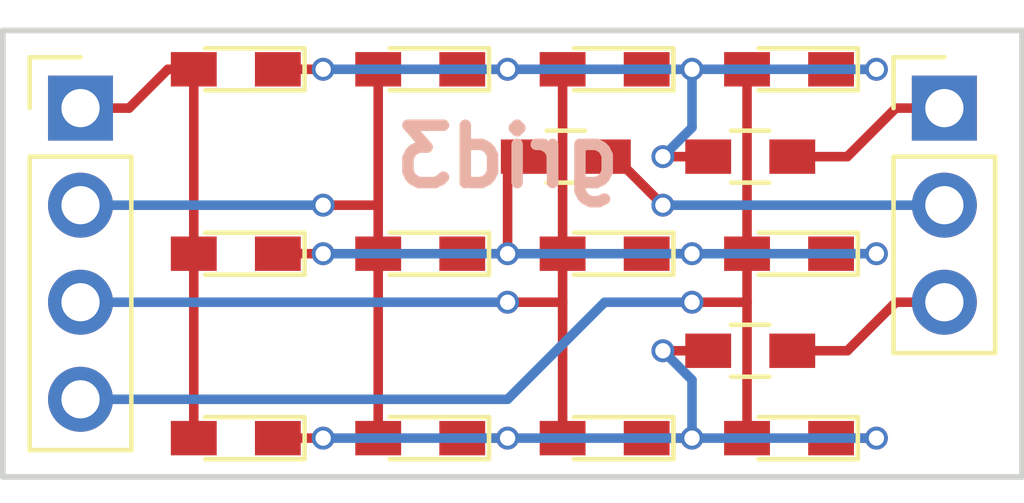
<source format=kicad_pcb>
(kicad_pcb (version 4) (host pcbnew 4.0.7-e2-6376~58~ubuntu16.04.1)

  (general
    (links 0)
    (no_connects 0)
    (area 0 0 0 0)
    (thickness 1.6)
    (drawings 5)
    (tracks 81)
    (zones 0)
    (modules 17)
    (nets 1)
  )

  (page A4)
  (layers
    (0 F.Cu signal)
    (31 B.Cu signal)
    (32 B.Adhes user)
    (33 F.Adhes user)
    (34 B.Paste user)
    (35 F.Paste user)
    (36 B.SilkS user)
    (37 F.SilkS user)
    (38 B.Mask user)
    (39 F.Mask user)
    (40 Dwgs.User user)
    (41 Cmts.User user)
    (42 Eco1.User user)
    (43 Eco2.User user)
    (44 Edge.Cuts user)
    (45 Margin user)
    (46 B.CrtYd user)
    (47 F.CrtYd user)
    (48 B.Fab user)
    (49 F.Fab user)
  )

  (setup
    (last_trace_width 0.25)
    (trace_clearance 0.2)
    (zone_clearance 0.508)
    (zone_45_only no)
    (trace_min 0.2)
    (segment_width 0.2)
    (edge_width 0.15)
    (via_size 0.6)
    (via_drill 0.4)
    (via_min_size 0.4)
    (via_min_drill 0.3)
    (uvia_size 0.3)
    (uvia_drill 0.1)
    (uvias_allowed no)
    (uvia_min_size 0.2)
    (uvia_min_drill 0.1)
    (pcb_text_width 0.3)
    (pcb_text_size 1.5 1.5)
    (mod_edge_width 0.15)
    (mod_text_size 1 1)
    (mod_text_width 0.15)
    (pad_size 1.524 1.524)
    (pad_drill 0.762)
    (pad_to_mask_clearance 0.2)
    (aux_axis_origin 0 0)
    (visible_elements FFFFF77F)
    (pcbplotparams
      (layerselection 0x00030_80000001)
      (usegerberextensions false)
      (excludeedgelayer true)
      (linewidth 0.150000)
      (plotframeref false)
      (viasonmask false)
      (mode 1)
      (useauxorigin false)
      (hpglpennumber 1)
      (hpglpenspeed 20)
      (hpglpendiameter 15)
      (hpglpenoverlay 2)
      (psnegative false)
      (psa4output false)
      (plotreference true)
      (plotvalue true)
      (plotinvisibletext false)
      (padsonsilk false)
      (subtractmaskfromsilk false)
      (outputformat 1)
      (mirror false)
      (drillshape 1)
      (scaleselection 1)
      (outputdirectory ""))
  )

  (net 0 "")

  (net_class Default "This is the default net class."
    (clearance 0.2)
    (trace_width 0.25)
    (via_dia 0.6)
    (via_drill 0.4)
    (uvia_dia 0.3)
    (uvia_drill 0.1)
  )

  (module LEDs:LED_0603_HandSoldering (layer F.Cu) (tedit 5A83A8ED) (tstamp 5A894347)
    (at 168.656 80.264 180)
    (descr "LED SMD 0603, hand soldering")
    (tags "LED 0603")
    (attr smd)
    (fp_text reference "" (at 0 -1.45 180) (layer F.SilkS)
      (effects (font (size 1 1) (thickness 0.15)))
    )
    (fp_text value "" (at 0 1.55 180) (layer F.Fab)
      (effects (font (size 1 1) (thickness 0.15)))
    )
    (fp_line (start -1.8 -0.55) (end -1.8 0.55) (layer F.SilkS) (width 0.12))
    (fp_line (start -0.2 -0.2) (end -0.2 0.2) (layer F.Fab) (width 0.1))
    (fp_line (start -0.15 0) (end 0.15 -0.2) (layer F.Fab) (width 0.1))
    (fp_line (start 0.15 0.2) (end -0.15 0) (layer F.Fab) (width 0.1))
    (fp_line (start 0.15 -0.2) (end 0.15 0.2) (layer F.Fab) (width 0.1))
    (fp_line (start 0.8 0.4) (end -0.8 0.4) (layer F.Fab) (width 0.1))
    (fp_line (start 0.8 -0.4) (end 0.8 0.4) (layer F.Fab) (width 0.1))
    (fp_line (start -0.8 -0.4) (end 0.8 -0.4) (layer F.Fab) (width 0.1))
    (fp_line (start -1.8 0.55) (end 0.8 0.55) (layer F.SilkS) (width 0.12))
    (fp_line (start -1.8 -0.55) (end 0.8 -0.55) (layer F.SilkS) (width 0.12))
    (fp_line (start -1.96 -0.7) (end 1.95 -0.7) (layer F.CrtYd) (width 0.05))
    (fp_line (start -1.96 -0.7) (end -1.96 0.7) (layer F.CrtYd) (width 0.05))
    (fp_line (start 1.95 0.7) (end 1.95 -0.7) (layer F.CrtYd) (width 0.05))
    (fp_line (start 1.95 0.7) (end -1.96 0.7) (layer F.CrtYd) (width 0.05))
    (fp_line (start -0.8 -0.4) (end -0.8 0.4) (layer F.Fab) (width 0.1))
    (pad 1 smd rect (at -1.1 0 180) (size 1.2 0.9) (layers F.Cu F.Paste F.Mask))
    (pad 2 smd rect (at 1.1 0 180) (size 1.2 0.9) (layers F.Cu F.Paste F.Mask))
    (model ${KISYS3DMOD}/LEDs.3dshapes/LED_0603.wrl
      (at (xyz 0 0 0))
      (scale (xyz 1 1 1))
      (rotate (xyz 0 0 180))
    )
  )

  (module LEDs:LED_0603_HandSoldering (layer F.Cu) (tedit 5A83A8ED) (tstamp 5A8943B0)
    (at 163.83 89.916 180)
    (descr "LED SMD 0603, hand soldering")
    (tags "LED 0603")
    (attr smd)
    (fp_text reference "" (at 0 -1.45 180) (layer F.SilkS)
      (effects (font (size 1 1) (thickness 0.15)))
    )
    (fp_text value "" (at 0 1.55 180) (layer F.Fab)
      (effects (font (size 1 1) (thickness 0.15)))
    )
    (fp_line (start -1.8 -0.55) (end -1.8 0.55) (layer F.SilkS) (width 0.12))
    (fp_line (start -0.2 -0.2) (end -0.2 0.2) (layer F.Fab) (width 0.1))
    (fp_line (start -0.15 0) (end 0.15 -0.2) (layer F.Fab) (width 0.1))
    (fp_line (start 0.15 0.2) (end -0.15 0) (layer F.Fab) (width 0.1))
    (fp_line (start 0.15 -0.2) (end 0.15 0.2) (layer F.Fab) (width 0.1))
    (fp_line (start 0.8 0.4) (end -0.8 0.4) (layer F.Fab) (width 0.1))
    (fp_line (start 0.8 -0.4) (end 0.8 0.4) (layer F.Fab) (width 0.1))
    (fp_line (start -0.8 -0.4) (end 0.8 -0.4) (layer F.Fab) (width 0.1))
    (fp_line (start -1.8 0.55) (end 0.8 0.55) (layer F.SilkS) (width 0.12))
    (fp_line (start -1.8 -0.55) (end 0.8 -0.55) (layer F.SilkS) (width 0.12))
    (fp_line (start -1.96 -0.7) (end 1.95 -0.7) (layer F.CrtYd) (width 0.05))
    (fp_line (start -1.96 -0.7) (end -1.96 0.7) (layer F.CrtYd) (width 0.05))
    (fp_line (start 1.95 0.7) (end 1.95 -0.7) (layer F.CrtYd) (width 0.05))
    (fp_line (start 1.95 0.7) (end -1.96 0.7) (layer F.CrtYd) (width 0.05))
    (fp_line (start -0.8 -0.4) (end -0.8 0.4) (layer F.Fab) (width 0.1))
    (pad 1 smd rect (at -1.1 0 180) (size 1.2 0.9) (layers F.Cu F.Paste F.Mask))
    (pad 2 smd rect (at 1.1 0 180) (size 1.2 0.9) (layers F.Cu F.Paste F.Mask))
    (model ${KISYS3DMOD}/LEDs.3dshapes/LED_0603.wrl
      (at (xyz 0 0 0))
      (scale (xyz 1 1 1))
      (rotate (xyz 0 0 180))
    )
  )

  (module LEDs:LED_0603_HandSoldering (layer F.Cu) (tedit 5A83A8ED) (tstamp 5A89439B)
    (at 163.83 85.09 180)
    (descr "LED SMD 0603, hand soldering")
    (tags "LED 0603")
    (attr smd)
    (fp_text reference "" (at 0 -1.45 180) (layer F.SilkS)
      (effects (font (size 1 1) (thickness 0.15)))
    )
    (fp_text value "" (at 0 1.55 180) (layer F.Fab)
      (effects (font (size 1 1) (thickness 0.15)))
    )
    (fp_line (start -1.8 -0.55) (end -1.8 0.55) (layer F.SilkS) (width 0.12))
    (fp_line (start -0.2 -0.2) (end -0.2 0.2) (layer F.Fab) (width 0.1))
    (fp_line (start -0.15 0) (end 0.15 -0.2) (layer F.Fab) (width 0.1))
    (fp_line (start 0.15 0.2) (end -0.15 0) (layer F.Fab) (width 0.1))
    (fp_line (start 0.15 -0.2) (end 0.15 0.2) (layer F.Fab) (width 0.1))
    (fp_line (start 0.8 0.4) (end -0.8 0.4) (layer F.Fab) (width 0.1))
    (fp_line (start 0.8 -0.4) (end 0.8 0.4) (layer F.Fab) (width 0.1))
    (fp_line (start -0.8 -0.4) (end 0.8 -0.4) (layer F.Fab) (width 0.1))
    (fp_line (start -1.8 0.55) (end 0.8 0.55) (layer F.SilkS) (width 0.12))
    (fp_line (start -1.8 -0.55) (end 0.8 -0.55) (layer F.SilkS) (width 0.12))
    (fp_line (start -1.96 -0.7) (end 1.95 -0.7) (layer F.CrtYd) (width 0.05))
    (fp_line (start -1.96 -0.7) (end -1.96 0.7) (layer F.CrtYd) (width 0.05))
    (fp_line (start 1.95 0.7) (end 1.95 -0.7) (layer F.CrtYd) (width 0.05))
    (fp_line (start 1.95 0.7) (end -1.96 0.7) (layer F.CrtYd) (width 0.05))
    (fp_line (start -0.8 -0.4) (end -0.8 0.4) (layer F.Fab) (width 0.1))
    (pad 1 smd rect (at -1.1 0 180) (size 1.2 0.9) (layers F.Cu F.Paste F.Mask))
    (pad 2 smd rect (at 1.1 0 180) (size 1.2 0.9) (layers F.Cu F.Paste F.Mask))
    (model ${KISYS3DMOD}/LEDs.3dshapes/LED_0603.wrl
      (at (xyz 0 0 0))
      (scale (xyz 1 1 1))
      (rotate (xyz 0 0 180))
    )
  )

  (module LEDs:LED_0603_HandSoldering (layer F.Cu) (tedit 5A83A8ED) (tstamp 5A894386)
    (at 168.656 89.916 180)
    (descr "LED SMD 0603, hand soldering")
    (tags "LED 0603")
    (attr smd)
    (fp_text reference "" (at 0 -1.45 180) (layer F.SilkS)
      (effects (font (size 1 1) (thickness 0.15)))
    )
    (fp_text value "" (at 0 1.55 180) (layer F.Fab)
      (effects (font (size 1 1) (thickness 0.15)))
    )
    (fp_line (start -1.8 -0.55) (end -1.8 0.55) (layer F.SilkS) (width 0.12))
    (fp_line (start -0.2 -0.2) (end -0.2 0.2) (layer F.Fab) (width 0.1))
    (fp_line (start -0.15 0) (end 0.15 -0.2) (layer F.Fab) (width 0.1))
    (fp_line (start 0.15 0.2) (end -0.15 0) (layer F.Fab) (width 0.1))
    (fp_line (start 0.15 -0.2) (end 0.15 0.2) (layer F.Fab) (width 0.1))
    (fp_line (start 0.8 0.4) (end -0.8 0.4) (layer F.Fab) (width 0.1))
    (fp_line (start 0.8 -0.4) (end 0.8 0.4) (layer F.Fab) (width 0.1))
    (fp_line (start -0.8 -0.4) (end 0.8 -0.4) (layer F.Fab) (width 0.1))
    (fp_line (start -1.8 0.55) (end 0.8 0.55) (layer F.SilkS) (width 0.12))
    (fp_line (start -1.8 -0.55) (end 0.8 -0.55) (layer F.SilkS) (width 0.12))
    (fp_line (start -1.96 -0.7) (end 1.95 -0.7) (layer F.CrtYd) (width 0.05))
    (fp_line (start -1.96 -0.7) (end -1.96 0.7) (layer F.CrtYd) (width 0.05))
    (fp_line (start 1.95 0.7) (end 1.95 -0.7) (layer F.CrtYd) (width 0.05))
    (fp_line (start 1.95 0.7) (end -1.96 0.7) (layer F.CrtYd) (width 0.05))
    (fp_line (start -0.8 -0.4) (end -0.8 0.4) (layer F.Fab) (width 0.1))
    (pad 1 smd rect (at -1.1 0 180) (size 1.2 0.9) (layers F.Cu F.Paste F.Mask))
    (pad 2 smd rect (at 1.1 0 180) (size 1.2 0.9) (layers F.Cu F.Paste F.Mask))
    (model ${KISYS3DMOD}/LEDs.3dshapes/LED_0603.wrl
      (at (xyz 0 0 0))
      (scale (xyz 1 1 1))
      (rotate (xyz 0 0 180))
    )
  )

  (module LEDs:LED_0603_HandSoldering (layer F.Cu) (tedit 5A83A8ED) (tstamp 5A894371)
    (at 168.656 85.09 180)
    (descr "LED SMD 0603, hand soldering")
    (tags "LED 0603")
    (attr smd)
    (fp_text reference "" (at 0 -1.45 180) (layer F.SilkS)
      (effects (font (size 1 1) (thickness 0.15)))
    )
    (fp_text value "" (at 0 1.55 180) (layer F.Fab)
      (effects (font (size 1 1) (thickness 0.15)))
    )
    (fp_line (start -1.8 -0.55) (end -1.8 0.55) (layer F.SilkS) (width 0.12))
    (fp_line (start -0.2 -0.2) (end -0.2 0.2) (layer F.Fab) (width 0.1))
    (fp_line (start -0.15 0) (end 0.15 -0.2) (layer F.Fab) (width 0.1))
    (fp_line (start 0.15 0.2) (end -0.15 0) (layer F.Fab) (width 0.1))
    (fp_line (start 0.15 -0.2) (end 0.15 0.2) (layer F.Fab) (width 0.1))
    (fp_line (start 0.8 0.4) (end -0.8 0.4) (layer F.Fab) (width 0.1))
    (fp_line (start 0.8 -0.4) (end 0.8 0.4) (layer F.Fab) (width 0.1))
    (fp_line (start -0.8 -0.4) (end 0.8 -0.4) (layer F.Fab) (width 0.1))
    (fp_line (start -1.8 0.55) (end 0.8 0.55) (layer F.SilkS) (width 0.12))
    (fp_line (start -1.8 -0.55) (end 0.8 -0.55) (layer F.SilkS) (width 0.12))
    (fp_line (start -1.96 -0.7) (end 1.95 -0.7) (layer F.CrtYd) (width 0.05))
    (fp_line (start -1.96 -0.7) (end -1.96 0.7) (layer F.CrtYd) (width 0.05))
    (fp_line (start 1.95 0.7) (end 1.95 -0.7) (layer F.CrtYd) (width 0.05))
    (fp_line (start 1.95 0.7) (end -1.96 0.7) (layer F.CrtYd) (width 0.05))
    (fp_line (start -0.8 -0.4) (end -0.8 0.4) (layer F.Fab) (width 0.1))
    (pad 1 smd rect (at -1.1 0 180) (size 1.2 0.9) (layers F.Cu F.Paste F.Mask))
    (pad 2 smd rect (at 1.1 0 180) (size 1.2 0.9) (layers F.Cu F.Paste F.Mask))
    (model ${KISYS3DMOD}/LEDs.3dshapes/LED_0603.wrl
      (at (xyz 0 0 0))
      (scale (xyz 1 1 1))
      (rotate (xyz 0 0 180))
    )
  )

  (module LEDs:LED_0603_HandSoldering (layer F.Cu) (tedit 5A83A8ED) (tstamp 5A89435C)
    (at 163.83 80.264 180)
    (descr "LED SMD 0603, hand soldering")
    (tags "LED 0603")
    (attr smd)
    (fp_text reference "" (at 0 -1.45 180) (layer F.SilkS)
      (effects (font (size 1 1) (thickness 0.15)))
    )
    (fp_text value "" (at 0 1.55 180) (layer F.Fab)
      (effects (font (size 1 1) (thickness 0.15)))
    )
    (fp_line (start -1.8 -0.55) (end -1.8 0.55) (layer F.SilkS) (width 0.12))
    (fp_line (start -0.2 -0.2) (end -0.2 0.2) (layer F.Fab) (width 0.1))
    (fp_line (start -0.15 0) (end 0.15 -0.2) (layer F.Fab) (width 0.1))
    (fp_line (start 0.15 0.2) (end -0.15 0) (layer F.Fab) (width 0.1))
    (fp_line (start 0.15 -0.2) (end 0.15 0.2) (layer F.Fab) (width 0.1))
    (fp_line (start 0.8 0.4) (end -0.8 0.4) (layer F.Fab) (width 0.1))
    (fp_line (start 0.8 -0.4) (end 0.8 0.4) (layer F.Fab) (width 0.1))
    (fp_line (start -0.8 -0.4) (end 0.8 -0.4) (layer F.Fab) (width 0.1))
    (fp_line (start -1.8 0.55) (end 0.8 0.55) (layer F.SilkS) (width 0.12))
    (fp_line (start -1.8 -0.55) (end 0.8 -0.55) (layer F.SilkS) (width 0.12))
    (fp_line (start -1.96 -0.7) (end 1.95 -0.7) (layer F.CrtYd) (width 0.05))
    (fp_line (start -1.96 -0.7) (end -1.96 0.7) (layer F.CrtYd) (width 0.05))
    (fp_line (start 1.95 0.7) (end 1.95 -0.7) (layer F.CrtYd) (width 0.05))
    (fp_line (start 1.95 0.7) (end -1.96 0.7) (layer F.CrtYd) (width 0.05))
    (fp_line (start -0.8 -0.4) (end -0.8 0.4) (layer F.Fab) (width 0.1))
    (pad 1 smd rect (at -1.1 0 180) (size 1.2 0.9) (layers F.Cu F.Paste F.Mask))
    (pad 2 smd rect (at 1.1 0 180) (size 1.2 0.9) (layers F.Cu F.Paste F.Mask))
    (model ${KISYS3DMOD}/LEDs.3dshapes/LED_0603.wrl
      (at (xyz 0 0 0))
      (scale (xyz 1 1 1))
      (rotate (xyz 0 0 180))
    )
  )

  (module LEDs:LED_0603_HandSoldering (layer F.Cu) (tedit 5A83A8ED) (tstamp 5A894332)
    (at 173.482 89.916 180)
    (descr "LED SMD 0603, hand soldering")
    (tags "LED 0603")
    (attr smd)
    (fp_text reference "" (at 0 -1.45 180) (layer F.SilkS)
      (effects (font (size 1 1) (thickness 0.15)))
    )
    (fp_text value "" (at 0 1.55 180) (layer F.Fab)
      (effects (font (size 1 1) (thickness 0.15)))
    )
    (fp_line (start -1.8 -0.55) (end -1.8 0.55) (layer F.SilkS) (width 0.12))
    (fp_line (start -0.2 -0.2) (end -0.2 0.2) (layer F.Fab) (width 0.1))
    (fp_line (start -0.15 0) (end 0.15 -0.2) (layer F.Fab) (width 0.1))
    (fp_line (start 0.15 0.2) (end -0.15 0) (layer F.Fab) (width 0.1))
    (fp_line (start 0.15 -0.2) (end 0.15 0.2) (layer F.Fab) (width 0.1))
    (fp_line (start 0.8 0.4) (end -0.8 0.4) (layer F.Fab) (width 0.1))
    (fp_line (start 0.8 -0.4) (end 0.8 0.4) (layer F.Fab) (width 0.1))
    (fp_line (start -0.8 -0.4) (end 0.8 -0.4) (layer F.Fab) (width 0.1))
    (fp_line (start -1.8 0.55) (end 0.8 0.55) (layer F.SilkS) (width 0.12))
    (fp_line (start -1.8 -0.55) (end 0.8 -0.55) (layer F.SilkS) (width 0.12))
    (fp_line (start -1.96 -0.7) (end 1.95 -0.7) (layer F.CrtYd) (width 0.05))
    (fp_line (start -1.96 -0.7) (end -1.96 0.7) (layer F.CrtYd) (width 0.05))
    (fp_line (start 1.95 0.7) (end 1.95 -0.7) (layer F.CrtYd) (width 0.05))
    (fp_line (start 1.95 0.7) (end -1.96 0.7) (layer F.CrtYd) (width 0.05))
    (fp_line (start -0.8 -0.4) (end -0.8 0.4) (layer F.Fab) (width 0.1))
    (pad 1 smd rect (at -1.1 0 180) (size 1.2 0.9) (layers F.Cu F.Paste F.Mask))
    (pad 2 smd rect (at 1.1 0 180) (size 1.2 0.9) (layers F.Cu F.Paste F.Mask))
    (model ${KISYS3DMOD}/LEDs.3dshapes/LED_0603.wrl
      (at (xyz 0 0 0))
      (scale (xyz 1 1 1))
      (rotate (xyz 0 0 180))
    )
  )

  (module LEDs:LED_0603_HandSoldering (layer F.Cu) (tedit 5A83A8ED) (tstamp 5A89431D)
    (at 173.482 85.09 180)
    (descr "LED SMD 0603, hand soldering")
    (tags "LED 0603")
    (attr smd)
    (fp_text reference "" (at 0 -1.45 180) (layer F.SilkS)
      (effects (font (size 1 1) (thickness 0.15)))
    )
    (fp_text value "" (at 0 1.55 180) (layer F.Fab)
      (effects (font (size 1 1) (thickness 0.15)))
    )
    (fp_line (start -1.8 -0.55) (end -1.8 0.55) (layer F.SilkS) (width 0.12))
    (fp_line (start -0.2 -0.2) (end -0.2 0.2) (layer F.Fab) (width 0.1))
    (fp_line (start -0.15 0) (end 0.15 -0.2) (layer F.Fab) (width 0.1))
    (fp_line (start 0.15 0.2) (end -0.15 0) (layer F.Fab) (width 0.1))
    (fp_line (start 0.15 -0.2) (end 0.15 0.2) (layer F.Fab) (width 0.1))
    (fp_line (start 0.8 0.4) (end -0.8 0.4) (layer F.Fab) (width 0.1))
    (fp_line (start 0.8 -0.4) (end 0.8 0.4) (layer F.Fab) (width 0.1))
    (fp_line (start -0.8 -0.4) (end 0.8 -0.4) (layer F.Fab) (width 0.1))
    (fp_line (start -1.8 0.55) (end 0.8 0.55) (layer F.SilkS) (width 0.12))
    (fp_line (start -1.8 -0.55) (end 0.8 -0.55) (layer F.SilkS) (width 0.12))
    (fp_line (start -1.96 -0.7) (end 1.95 -0.7) (layer F.CrtYd) (width 0.05))
    (fp_line (start -1.96 -0.7) (end -1.96 0.7) (layer F.CrtYd) (width 0.05))
    (fp_line (start 1.95 0.7) (end 1.95 -0.7) (layer F.CrtYd) (width 0.05))
    (fp_line (start 1.95 0.7) (end -1.96 0.7) (layer F.CrtYd) (width 0.05))
    (fp_line (start -0.8 -0.4) (end -0.8 0.4) (layer F.Fab) (width 0.1))
    (pad 1 smd rect (at -1.1 0 180) (size 1.2 0.9) (layers F.Cu F.Paste F.Mask))
    (pad 2 smd rect (at 1.1 0 180) (size 1.2 0.9) (layers F.Cu F.Paste F.Mask))
    (model ${KISYS3DMOD}/LEDs.3dshapes/LED_0603.wrl
      (at (xyz 0 0 0))
      (scale (xyz 1 1 1))
      (rotate (xyz 0 0 180))
    )
  )

  (module LEDs:LED_0603_HandSoldering (layer F.Cu) (tedit 5A83A8ED) (tstamp 5A894308)
    (at 173.482 80.264 180)
    (descr "LED SMD 0603, hand soldering")
    (tags "LED 0603")
    (attr smd)
    (fp_text reference "" (at 0 -1.45 180) (layer F.SilkS)
      (effects (font (size 1 1) (thickness 0.15)))
    )
    (fp_text value "" (at 0 1.55 180) (layer F.Fab)
      (effects (font (size 1 1) (thickness 0.15)))
    )
    (fp_line (start -1.8 -0.55) (end -1.8 0.55) (layer F.SilkS) (width 0.12))
    (fp_line (start -0.2 -0.2) (end -0.2 0.2) (layer F.Fab) (width 0.1))
    (fp_line (start -0.15 0) (end 0.15 -0.2) (layer F.Fab) (width 0.1))
    (fp_line (start 0.15 0.2) (end -0.15 0) (layer F.Fab) (width 0.1))
    (fp_line (start 0.15 -0.2) (end 0.15 0.2) (layer F.Fab) (width 0.1))
    (fp_line (start 0.8 0.4) (end -0.8 0.4) (layer F.Fab) (width 0.1))
    (fp_line (start 0.8 -0.4) (end 0.8 0.4) (layer F.Fab) (width 0.1))
    (fp_line (start -0.8 -0.4) (end 0.8 -0.4) (layer F.Fab) (width 0.1))
    (fp_line (start -1.8 0.55) (end 0.8 0.55) (layer F.SilkS) (width 0.12))
    (fp_line (start -1.8 -0.55) (end 0.8 -0.55) (layer F.SilkS) (width 0.12))
    (fp_line (start -1.96 -0.7) (end 1.95 -0.7) (layer F.CrtYd) (width 0.05))
    (fp_line (start -1.96 -0.7) (end -1.96 0.7) (layer F.CrtYd) (width 0.05))
    (fp_line (start 1.95 0.7) (end 1.95 -0.7) (layer F.CrtYd) (width 0.05))
    (fp_line (start 1.95 0.7) (end -1.96 0.7) (layer F.CrtYd) (width 0.05))
    (fp_line (start -0.8 -0.4) (end -0.8 0.4) (layer F.Fab) (width 0.1))
    (pad 1 smd rect (at -1.1 0 180) (size 1.2 0.9) (layers F.Cu F.Paste F.Mask))
    (pad 2 smd rect (at 1.1 0 180) (size 1.2 0.9) (layers F.Cu F.Paste F.Mask))
    (model ${KISYS3DMOD}/LEDs.3dshapes/LED_0603.wrl
      (at (xyz 0 0 0))
      (scale (xyz 1 1 1))
      (rotate (xyz 0 0 180))
    )
  )

  (module LEDs:LED_0603_HandSoldering (layer F.Cu) (tedit 5A83A8ED) (tstamp 5A8942CA)
    (at 178.308 89.916 180)
    (descr "LED SMD 0603, hand soldering")
    (tags "LED 0603")
    (attr smd)
    (fp_text reference "" (at 0 -1.45 180) (layer F.SilkS)
      (effects (font (size 1 1) (thickness 0.15)))
    )
    (fp_text value "" (at 0 1.55 180) (layer F.Fab)
      (effects (font (size 1 1) (thickness 0.15)))
    )
    (fp_line (start -1.8 -0.55) (end -1.8 0.55) (layer F.SilkS) (width 0.12))
    (fp_line (start -0.2 -0.2) (end -0.2 0.2) (layer F.Fab) (width 0.1))
    (fp_line (start -0.15 0) (end 0.15 -0.2) (layer F.Fab) (width 0.1))
    (fp_line (start 0.15 0.2) (end -0.15 0) (layer F.Fab) (width 0.1))
    (fp_line (start 0.15 -0.2) (end 0.15 0.2) (layer F.Fab) (width 0.1))
    (fp_line (start 0.8 0.4) (end -0.8 0.4) (layer F.Fab) (width 0.1))
    (fp_line (start 0.8 -0.4) (end 0.8 0.4) (layer F.Fab) (width 0.1))
    (fp_line (start -0.8 -0.4) (end 0.8 -0.4) (layer F.Fab) (width 0.1))
    (fp_line (start -1.8 0.55) (end 0.8 0.55) (layer F.SilkS) (width 0.12))
    (fp_line (start -1.8 -0.55) (end 0.8 -0.55) (layer F.SilkS) (width 0.12))
    (fp_line (start -1.96 -0.7) (end 1.95 -0.7) (layer F.CrtYd) (width 0.05))
    (fp_line (start -1.96 -0.7) (end -1.96 0.7) (layer F.CrtYd) (width 0.05))
    (fp_line (start 1.95 0.7) (end 1.95 -0.7) (layer F.CrtYd) (width 0.05))
    (fp_line (start 1.95 0.7) (end -1.96 0.7) (layer F.CrtYd) (width 0.05))
    (fp_line (start -0.8 -0.4) (end -0.8 0.4) (layer F.Fab) (width 0.1))
    (pad 1 smd rect (at -1.1 0 180) (size 1.2 0.9) (layers F.Cu F.Paste F.Mask))
    (pad 2 smd rect (at 1.1 0 180) (size 1.2 0.9) (layers F.Cu F.Paste F.Mask))
    (model ${KISYS3DMOD}/LEDs.3dshapes/LED_0603.wrl
      (at (xyz 0 0 0))
      (scale (xyz 1 1 1))
      (rotate (xyz 0 0 180))
    )
  )

  (module LEDs:LED_0603_HandSoldering (layer F.Cu) (tedit 5A83A8ED) (tstamp 5A8942B3)
    (at 178.308 85.09 180)
    (descr "LED SMD 0603, hand soldering")
    (tags "LED 0603")
    (attr smd)
    (fp_text reference "" (at 0 -1.45 180) (layer F.SilkS)
      (effects (font (size 1 1) (thickness 0.15)))
    )
    (fp_text value "" (at 0 1.55 180) (layer F.Fab)
      (effects (font (size 1 1) (thickness 0.15)))
    )
    (fp_line (start -1.8 -0.55) (end -1.8 0.55) (layer F.SilkS) (width 0.12))
    (fp_line (start -0.2 -0.2) (end -0.2 0.2) (layer F.Fab) (width 0.1))
    (fp_line (start -0.15 0) (end 0.15 -0.2) (layer F.Fab) (width 0.1))
    (fp_line (start 0.15 0.2) (end -0.15 0) (layer F.Fab) (width 0.1))
    (fp_line (start 0.15 -0.2) (end 0.15 0.2) (layer F.Fab) (width 0.1))
    (fp_line (start 0.8 0.4) (end -0.8 0.4) (layer F.Fab) (width 0.1))
    (fp_line (start 0.8 -0.4) (end 0.8 0.4) (layer F.Fab) (width 0.1))
    (fp_line (start -0.8 -0.4) (end 0.8 -0.4) (layer F.Fab) (width 0.1))
    (fp_line (start -1.8 0.55) (end 0.8 0.55) (layer F.SilkS) (width 0.12))
    (fp_line (start -1.8 -0.55) (end 0.8 -0.55) (layer F.SilkS) (width 0.12))
    (fp_line (start -1.96 -0.7) (end 1.95 -0.7) (layer F.CrtYd) (width 0.05))
    (fp_line (start -1.96 -0.7) (end -1.96 0.7) (layer F.CrtYd) (width 0.05))
    (fp_line (start 1.95 0.7) (end 1.95 -0.7) (layer F.CrtYd) (width 0.05))
    (fp_line (start 1.95 0.7) (end -1.96 0.7) (layer F.CrtYd) (width 0.05))
    (fp_line (start -0.8 -0.4) (end -0.8 0.4) (layer F.Fab) (width 0.1))
    (pad 1 smd rect (at -1.1 0 180) (size 1.2 0.9) (layers F.Cu F.Paste F.Mask))
    (pad 2 smd rect (at 1.1 0 180) (size 1.2 0.9) (layers F.Cu F.Paste F.Mask))
    (model ${KISYS3DMOD}/LEDs.3dshapes/LED_0603.wrl
      (at (xyz 0 0 0))
      (scale (xyz 1 1 1))
      (rotate (xyz 0 0 180))
    )
  )

  (module Pin_Headers:Pin_Header_Straight_1x04_Pitch2.54mm (layer F.Cu) (tedit 5A83A673) (tstamp 5A866D34)
    (at 159.766 81.28)
    (descr "Through hole straight pin header, 1x04, 2.54mm pitch, single row")
    (tags "Through hole pin header THT 1x04 2.54mm single row")
    (fp_text reference "" (at 0 -2.33) (layer F.SilkS)
      (effects (font (size 1 1) (thickness 0.15)))
    )
    (fp_text value "" (at 0 9.95) (layer F.Fab)
      (effects (font (size 1 1) (thickness 0.15)))
    )
    (fp_line (start -0.635 -1.27) (end 1.27 -1.27) (layer F.Fab) (width 0.1))
    (fp_line (start 1.27 -1.27) (end 1.27 8.89) (layer F.Fab) (width 0.1))
    (fp_line (start 1.27 8.89) (end -1.27 8.89) (layer F.Fab) (width 0.1))
    (fp_line (start -1.27 8.89) (end -1.27 -0.635) (layer F.Fab) (width 0.1))
    (fp_line (start -1.27 -0.635) (end -0.635 -1.27) (layer F.Fab) (width 0.1))
    (fp_line (start -1.33 8.95) (end 1.33 8.95) (layer F.SilkS) (width 0.12))
    (fp_line (start -1.33 1.27) (end -1.33 8.95) (layer F.SilkS) (width 0.12))
    (fp_line (start 1.33 1.27) (end 1.33 8.95) (layer F.SilkS) (width 0.12))
    (fp_line (start -1.33 1.27) (end 1.33 1.27) (layer F.SilkS) (width 0.12))
    (fp_line (start -1.33 0) (end -1.33 -1.33) (layer F.SilkS) (width 0.12))
    (fp_line (start -1.33 -1.33) (end 0 -1.33) (layer F.SilkS) (width 0.12))
    (fp_line (start -1.8 -1.8) (end -1.8 9.4) (layer F.CrtYd) (width 0.05))
    (fp_line (start -1.8 9.4) (end 1.8 9.4) (layer F.CrtYd) (width 0.05))
    (fp_line (start 1.8 9.4) (end 1.8 -1.8) (layer F.CrtYd) (width 0.05))
    (fp_line (start 1.8 -1.8) (end -1.8 -1.8) (layer F.CrtYd) (width 0.05))
    (fp_text user %R (at 0 3.81 90) (layer F.Fab)
      (effects (font (size 1 1) (thickness 0.15)))
    )
    (pad 1 thru_hole rect (at 0 0) (size 1.7 1.7) (drill 1) (layers *.Cu *.Mask))
    (pad 2 thru_hole oval (at 0 2.54) (size 1.7 1.7) (drill 1) (layers *.Cu *.Mask))
    (pad 3 thru_hole oval (at 0 5.08) (size 1.7 1.7) (drill 1) (layers *.Cu *.Mask))
    (pad 4 thru_hole oval (at 0 7.62) (size 1.7 1.7) (drill 1) (layers *.Cu *.Mask))
    (model ${KISYS3DMOD}/Pin_Headers.3dshapes/Pin_Header_Straight_1x04_Pitch2.54mm.wrl
      (at (xyz 0 0 0))
      (scale (xyz 1 1 1))
      (rotate (xyz 0 0 0))
    )
  )

  (module LEDs:LED_0603_HandSoldering (layer F.Cu) (tedit 5A83A8ED) (tstamp 5A894261)
    (at 178.308 80.264 180)
    (descr "LED SMD 0603, hand soldering")
    (tags "LED 0603")
    (attr smd)
    (fp_text reference "" (at 0 -1.45 180) (layer F.SilkS)
      (effects (font (size 1 1) (thickness 0.15)))
    )
    (fp_text value "" (at 0 1.55 180) (layer F.Fab)
      (effects (font (size 1 1) (thickness 0.15)))
    )
    (fp_line (start -1.8 -0.55) (end -1.8 0.55) (layer F.SilkS) (width 0.12))
    (fp_line (start -0.2 -0.2) (end -0.2 0.2) (layer F.Fab) (width 0.1))
    (fp_line (start -0.15 0) (end 0.15 -0.2) (layer F.Fab) (width 0.1))
    (fp_line (start 0.15 0.2) (end -0.15 0) (layer F.Fab) (width 0.1))
    (fp_line (start 0.15 -0.2) (end 0.15 0.2) (layer F.Fab) (width 0.1))
    (fp_line (start 0.8 0.4) (end -0.8 0.4) (layer F.Fab) (width 0.1))
    (fp_line (start 0.8 -0.4) (end 0.8 0.4) (layer F.Fab) (width 0.1))
    (fp_line (start -0.8 -0.4) (end 0.8 -0.4) (layer F.Fab) (width 0.1))
    (fp_line (start -1.8 0.55) (end 0.8 0.55) (layer F.SilkS) (width 0.12))
    (fp_line (start -1.8 -0.55) (end 0.8 -0.55) (layer F.SilkS) (width 0.12))
    (fp_line (start -1.96 -0.7) (end 1.95 -0.7) (layer F.CrtYd) (width 0.05))
    (fp_line (start -1.96 -0.7) (end -1.96 0.7) (layer F.CrtYd) (width 0.05))
    (fp_line (start 1.95 0.7) (end 1.95 -0.7) (layer F.CrtYd) (width 0.05))
    (fp_line (start 1.95 0.7) (end -1.96 0.7) (layer F.CrtYd) (width 0.05))
    (fp_line (start -0.8 -0.4) (end -0.8 0.4) (layer F.Fab) (width 0.1))
    (pad 1 smd rect (at -1.1 0 180) (size 1.2 0.9) (layers F.Cu F.Paste F.Mask))
    (pad 2 smd rect (at 1.1 0 180) (size 1.2 0.9) (layers F.Cu F.Paste F.Mask))
    (model ${KISYS3DMOD}/LEDs.3dshapes/LED_0603.wrl
      (at (xyz 0 0 0))
      (scale (xyz 1 1 1))
      (rotate (xyz 0 0 180))
    )
  )

  (module Resistors_SMD:R_0603_HandSoldering (layer F.Cu) (tedit 58E0A804) (tstamp 5A894430)
    (at 177.292 82.55)
    (descr "Resistor SMD 0603, hand soldering")
    (tags "resistor 0603")
    (attr smd)
    (fp_text reference "" (at 0 -1.45) (layer F.SilkS)
      (effects (font (size 1 1) (thickness 0.15)))
    )
    (fp_text value "" (at 0 1.55) (layer F.Fab)
      (effects (font (size 1 1) (thickness 0.15)))
    )
    (fp_text user %R (at 0 0) (layer F.Fab)
      (effects (font (size 0.4 0.4) (thickness 0.075)))
    )
    (fp_line (start -0.8 0.4) (end -0.8 -0.4) (layer F.Fab) (width 0.1))
    (fp_line (start 0.8 0.4) (end -0.8 0.4) (layer F.Fab) (width 0.1))
    (fp_line (start 0.8 -0.4) (end 0.8 0.4) (layer F.Fab) (width 0.1))
    (fp_line (start -0.8 -0.4) (end 0.8 -0.4) (layer F.Fab) (width 0.1))
    (fp_line (start 0.5 0.68) (end -0.5 0.68) (layer F.SilkS) (width 0.12))
    (fp_line (start -0.5 -0.68) (end 0.5 -0.68) (layer F.SilkS) (width 0.12))
    (fp_line (start -1.96 -0.7) (end 1.95 -0.7) (layer F.CrtYd) (width 0.05))
    (fp_line (start -1.96 -0.7) (end -1.96 0.7) (layer F.CrtYd) (width 0.05))
    (fp_line (start 1.95 0.7) (end 1.95 -0.7) (layer F.CrtYd) (width 0.05))
    (fp_line (start 1.95 0.7) (end -1.96 0.7) (layer F.CrtYd) (width 0.05))
    (pad 1 smd rect (at -1.1 0) (size 1.2 0.9) (layers F.Cu F.Paste F.Mask))
    (pad 2 smd rect (at 1.1 0) (size 1.2 0.9) (layers F.Cu F.Paste F.Mask))
    (model ${KISYS3DMOD}/Resistors_SMD.3dshapes/R_0603.wrl
      (at (xyz 0 0 0))
      (scale (xyz 1 1 1))
      (rotate (xyz 0 0 0))
    )
  )

  (module Resistors_SMD:R_0603_HandSoldering (layer F.Cu) (tedit 58E0A804) (tstamp 5A8944ED)
    (at 172.466 82.55)
    (descr "Resistor SMD 0603, hand soldering")
    (tags "resistor 0603")
    (attr smd)
    (fp_text reference "" (at 0 -1.45) (layer F.SilkS)
      (effects (font (size 1 1) (thickness 0.15)))
    )
    (fp_text value "" (at 0 1.55) (layer F.Fab)
      (effects (font (size 1 1) (thickness 0.15)))
    )
    (fp_text user %R (at 0 0) (layer F.Fab)
      (effects (font (size 0.4 0.4) (thickness 0.075)))
    )
    (fp_line (start -0.8 0.4) (end -0.8 -0.4) (layer F.Fab) (width 0.1))
    (fp_line (start 0.8 0.4) (end -0.8 0.4) (layer F.Fab) (width 0.1))
    (fp_line (start 0.8 -0.4) (end 0.8 0.4) (layer F.Fab) (width 0.1))
    (fp_line (start -0.8 -0.4) (end 0.8 -0.4) (layer F.Fab) (width 0.1))
    (fp_line (start 0.5 0.68) (end -0.5 0.68) (layer F.SilkS) (width 0.12))
    (fp_line (start -0.5 -0.68) (end 0.5 -0.68) (layer F.SilkS) (width 0.12))
    (fp_line (start -1.96 -0.7) (end 1.95 -0.7) (layer F.CrtYd) (width 0.05))
    (fp_line (start -1.96 -0.7) (end -1.96 0.7) (layer F.CrtYd) (width 0.05))
    (fp_line (start 1.95 0.7) (end 1.95 -0.7) (layer F.CrtYd) (width 0.05))
    (fp_line (start 1.95 0.7) (end -1.96 0.7) (layer F.CrtYd) (width 0.05))
    (pad 1 smd rect (at -1.1 0) (size 1.2 0.9) (layers F.Cu F.Paste F.Mask))
    (pad 2 smd rect (at 1.1 0) (size 1.2 0.9) (layers F.Cu F.Paste F.Mask))
    (model ${KISYS3DMOD}/Resistors_SMD.3dshapes/R_0603.wrl
      (at (xyz 0 0 0))
      (scale (xyz 1 1 1))
      (rotate (xyz 0 0 0))
    )
  )

  (module Resistors_SMD:R_0603_HandSoldering (layer F.Cu) (tedit 58E0A804) (tstamp 5A894536)
    (at 177.292 87.63)
    (descr "Resistor SMD 0603, hand soldering")
    (tags "resistor 0603")
    (attr smd)
    (fp_text reference "" (at 0 -1.45) (layer F.SilkS)
      (effects (font (size 1 1) (thickness 0.15)))
    )
    (fp_text value "" (at 0 1.55) (layer F.Fab)
      (effects (font (size 1 1) (thickness 0.15)))
    )
    (fp_text user %R (at 0 0) (layer F.Fab)
      (effects (font (size 0.4 0.4) (thickness 0.075)))
    )
    (fp_line (start -0.8 0.4) (end -0.8 -0.4) (layer F.Fab) (width 0.1))
    (fp_line (start 0.8 0.4) (end -0.8 0.4) (layer F.Fab) (width 0.1))
    (fp_line (start 0.8 -0.4) (end 0.8 0.4) (layer F.Fab) (width 0.1))
    (fp_line (start -0.8 -0.4) (end 0.8 -0.4) (layer F.Fab) (width 0.1))
    (fp_line (start 0.5 0.68) (end -0.5 0.68) (layer F.SilkS) (width 0.12))
    (fp_line (start -0.5 -0.68) (end 0.5 -0.68) (layer F.SilkS) (width 0.12))
    (fp_line (start -1.96 -0.7) (end 1.95 -0.7) (layer F.CrtYd) (width 0.05))
    (fp_line (start -1.96 -0.7) (end -1.96 0.7) (layer F.CrtYd) (width 0.05))
    (fp_line (start 1.95 0.7) (end 1.95 -0.7) (layer F.CrtYd) (width 0.05))
    (fp_line (start 1.95 0.7) (end -1.96 0.7) (layer F.CrtYd) (width 0.05))
    (pad 1 smd rect (at -1.1 0) (size 1.2 0.9) (layers F.Cu F.Paste F.Mask))
    (pad 2 smd rect (at 1.1 0) (size 1.2 0.9) (layers F.Cu F.Paste F.Mask))
    (model ${KISYS3DMOD}/Resistors_SMD.3dshapes/R_0603.wrl
      (at (xyz 0 0 0))
      (scale (xyz 1 1 1))
      (rotate (xyz 0 0 0))
    )
  )

  (module Pin_Headers:Pin_Header_Straight_1x03_Pitch2.54mm (layer F.Cu) (tedit 5A83BB2C) (tstamp 5A92662A)
    (at 182.372 81.28)
    (descr "Through hole straight pin header, 1x03, 2.54mm pitch, single row")
    (tags "Through hole pin header THT 1x03 2.54mm single row")
    (fp_text reference "" (at 0 -2.33) (layer F.SilkS)
      (effects (font (size 1 1) (thickness 0.15)))
    )
    (fp_text value "" (at 0 7.41) (layer F.Fab)
      (effects (font (size 1 1) (thickness 0.15)))
    )
    (fp_line (start -0.635 -1.27) (end 1.27 -1.27) (layer F.Fab) (width 0.1))
    (fp_line (start 1.27 -1.27) (end 1.27 6.35) (layer F.Fab) (width 0.1))
    (fp_line (start 1.27 6.35) (end -1.27 6.35) (layer F.Fab) (width 0.1))
    (fp_line (start -1.27 6.35) (end -1.27 -0.635) (layer F.Fab) (width 0.1))
    (fp_line (start -1.27 -0.635) (end -0.635 -1.27) (layer F.Fab) (width 0.1))
    (fp_line (start -1.33 6.41) (end 1.33 6.41) (layer F.SilkS) (width 0.12))
    (fp_line (start -1.33 1.27) (end -1.33 6.41) (layer F.SilkS) (width 0.12))
    (fp_line (start 1.33 1.27) (end 1.33 6.41) (layer F.SilkS) (width 0.12))
    (fp_line (start -1.33 1.27) (end 1.33 1.27) (layer F.SilkS) (width 0.12))
    (fp_line (start -1.33 0) (end -1.33 -1.33) (layer F.SilkS) (width 0.12))
    (fp_line (start -1.33 -1.33) (end 0 -1.33) (layer F.SilkS) (width 0.12))
    (fp_line (start -1.8 -1.8) (end -1.8 6.85) (layer F.CrtYd) (width 0.05))
    (fp_line (start -1.8 6.85) (end 1.8 6.85) (layer F.CrtYd) (width 0.05))
    (fp_line (start 1.8 6.85) (end 1.8 -1.8) (layer F.CrtYd) (width 0.05))
    (fp_line (start 1.8 -1.8) (end -1.8 -1.8) (layer F.CrtYd) (width 0.05))
    (fp_text user %R (at 0 2.54 90) (layer F.Fab)
      (effects (font (size 1 1) (thickness 0.15)))
    )
    (pad 1 thru_hole rect (at 0 0) (size 1.7 1.7) (drill 1) (layers *.Cu *.Mask))
    (pad 2 thru_hole oval (at 0 2.54) (size 1.7 1.7) (drill 1) (layers *.Cu *.Mask))
    (pad 3 thru_hole oval (at 0 5.08) (size 1.7 1.7) (drill 1) (layers *.Cu *.Mask))
    (model ${KISYS3DMOD}/Pin_Headers.3dshapes/Pin_Header_Straight_1x03_Pitch2.54mm.wrl
      (at (xyz 0 0 0))
      (scale (xyz 1 1 1))
      (rotate (xyz 0 0 0))
    )
  )

  (gr_text grid3 (at 170.942 82.55) (layer B.SilkS)
    (effects (font (size 1.5 1.5) (thickness 0.3)) (justify mirror))
  )
  (gr_line (start 157.734 90.932) (end 157.734 79.248) (angle 90) (layer Edge.Cuts) (width 0.15))
  (gr_line (start 184.404 90.932) (end 157.734 90.932) (angle 90) (layer Edge.Cuts) (width 0.15))
  (gr_line (start 184.404 79.248) (end 184.404 90.932) (angle 90) (layer Edge.Cuts) (width 0.15))
  (gr_line (start 157.734 79.248) (end 184.404 79.248) (angle 90) (layer Edge.Cuts) (width 0.15))

  (segment (start 159.766 88.9) (end 170.942 88.9) (width 0.25) (layer B.Cu) (net 0))
  (segment (start 175.768 86.36) (end 177.208 86.36) (width 0.25) (layer F.Cu) (net 0) (tstamp 5A9267EA))
  (via (at 175.768 86.36) (size 0.6) (drill 0.4) (layers F.Cu B.Cu) (net 0))
  (segment (start 173.482 86.36) (end 175.768 86.36) (width 0.25) (layer B.Cu) (net 0) (tstamp 5A9267E7))
  (segment (start 170.942 88.9) (end 173.482 86.36) (width 0.25) (layer B.Cu) (net 0) (tstamp 5A9267E6))
  (segment (start 159.766 86.36) (end 170.942 86.36) (width 0.25) (layer B.Cu) (net 0))
  (segment (start 170.942 86.36) (end 172.382 86.36) (width 0.25) (layer F.Cu) (net 0) (tstamp 5A9267CC))
  (via (at 170.942 86.36) (size 0.6) (drill 0.4) (layers F.Cu B.Cu) (net 0))
  (segment (start 159.766 83.82) (end 166.116 83.82) (width 0.25) (layer B.Cu) (net 0))
  (segment (start 166.116 83.82) (end 167.556 83.82) (width 0.25) (layer F.Cu) (net 0) (tstamp 5A9267C5))
  (via (at 166.116 83.82) (size 0.6) (drill 0.4) (layers F.Cu B.Cu) (net 0))
  (segment (start 159.766 81.28) (end 161.036 81.28) (width 0.25) (layer F.Cu) (net 0))
  (segment (start 162.052 80.264) (end 162.73 80.264) (width 0.25) (layer F.Cu) (net 0) (tstamp 5A9267C1))
  (segment (start 161.036 81.28) (end 162.052 80.264) (width 0.25) (layer F.Cu) (net 0) (tstamp 5A9267C0))
  (segment (start 182.372 86.36) (end 181.102 86.36) (width 0.25) (layer F.Cu) (net 0))
  (segment (start 179.832 87.63) (end 178.392 87.63) (width 0.25) (layer F.Cu) (net 0) (tstamp 5A9267BD))
  (segment (start 181.102 86.36) (end 179.832 87.63) (width 0.25) (layer F.Cu) (net 0) (tstamp 5A9267BC))
  (segment (start 182.372 83.82) (end 175.006 83.82) (width 0.25) (layer B.Cu) (net 0))
  (segment (start 175.006 83.82) (end 173.736 82.55) (width 0.25) (layer F.Cu) (net 0) (tstamp 5A9267B9))
  (via (at 175.006 83.82) (size 0.6) (drill 0.4) (layers F.Cu B.Cu) (net 0))
  (segment (start 173.736 82.55) (end 173.566 82.55) (width 0.25) (layer F.Cu) (net 0) (tstamp 5A9267BA))
  (segment (start 170.942 85.09) (end 170.942 82.974) (width 0.25) (layer F.Cu) (net 0))
  (segment (start 170.942 82.974) (end 171.366 82.55) (width 0.25) (layer F.Cu) (net 0) (tstamp 5A9267B5))
  (segment (start 182.372 81.28) (end 181.102 81.28) (width 0.25) (layer F.Cu) (net 0))
  (segment (start 179.832 82.55) (end 178.392 82.55) (width 0.25) (layer F.Cu) (net 0) (tstamp 5A9267B2))
  (segment (start 181.102 81.28) (end 179.832 82.55) (width 0.25) (layer F.Cu) (net 0) (tstamp 5A9267B1))
  (segment (start 175.768 89.916) (end 175.768 88.392) (width 0.25) (layer B.Cu) (net 0))
  (segment (start 175.006 87.63) (end 176.192 87.63) (width 0.25) (layer F.Cu) (net 0) (tstamp 5A926731))
  (via (at 175.006 87.63) (size 0.6) (drill 0.4) (layers F.Cu B.Cu) (net 0))
  (segment (start 175.768 88.392) (end 175.006 87.63) (width 0.25) (layer B.Cu) (net 0) (tstamp 5A92672F))
  (segment (start 175.768 80.264) (end 175.768 81.788) (width 0.25) (layer B.Cu) (net 0))
  (segment (start 175.006 82.55) (end 176.192 82.55) (width 0.25) (layer F.Cu) (net 0) (tstamp 5A92672C))
  (via (at 175.006 82.55) (size 0.6) (drill 0.4) (layers F.Cu B.Cu) (net 0))
  (segment (start 175.768 81.788) (end 175.006 82.55) (width 0.25) (layer B.Cu) (net 0) (tstamp 5A92672A))
  (segment (start 176.192 82.55) (end 175.768 82.55) (width 0.25) (layer F.Cu) (net 0))
  (segment (start 175.768 89.916) (end 180.594 89.916) (width 0.25) (layer B.Cu) (net 0))
  (segment (start 180.594 89.916) (end 179.408 89.916) (width 0.25) (layer F.Cu) (net 0) (tstamp 5A8F9C31))
  (via (at 180.594 89.916) (size 0.6) (drill 0.4) (layers F.Cu B.Cu) (net 0))
  (segment (start 174.582 89.916) (end 175.768 89.916) (width 0.25) (layer F.Cu) (net 0))
  (segment (start 175.768 89.916) (end 170.942 89.916) (width 0.25) (layer B.Cu) (net 0) (tstamp 5A8F9C2C))
  (via (at 175.768 89.916) (size 0.6) (drill 0.4) (layers F.Cu B.Cu) (net 0))
  (segment (start 164.93 89.916) (end 166.116 89.916) (width 0.25) (layer F.Cu) (net 0))
  (segment (start 170.942 89.916) (end 169.756 89.916) (width 0.25) (layer F.Cu) (net 0) (tstamp 5A8F9C27))
  (via (at 170.942 89.916) (size 0.6) (drill 0.4) (layers F.Cu B.Cu) (net 0))
  (segment (start 166.116 89.916) (end 170.942 89.916) (width 0.25) (layer B.Cu) (net 0) (tstamp 5A8F9C24))
  (via (at 166.116 89.916) (size 0.6) (drill 0.4) (layers F.Cu B.Cu) (net 0))
  (segment (start 175.768 85.09) (end 180.594 85.09) (width 0.25) (layer B.Cu) (net 0))
  (segment (start 180.594 85.09) (end 179.408 85.09) (width 0.25) (layer F.Cu) (net 0) (tstamp 5A8F9C1F))
  (via (at 180.594 85.09) (size 0.6) (drill 0.4) (layers F.Cu B.Cu) (net 0))
  (segment (start 174.582 85.09) (end 175.768 85.09) (width 0.25) (layer F.Cu) (net 0))
  (segment (start 175.768 85.09) (end 170.942 85.09) (width 0.25) (layer B.Cu) (net 0) (tstamp 5A8F9C1A))
  (via (at 175.768 85.09) (size 0.6) (drill 0.4) (layers F.Cu B.Cu) (net 0))
  (segment (start 164.93 85.09) (end 166.116 85.09) (width 0.25) (layer F.Cu) (net 0))
  (segment (start 170.942 85.09) (end 169.756 85.09) (width 0.25) (layer F.Cu) (net 0) (tstamp 5A8F9C15))
  (via (at 170.942 85.09) (size 0.6) (drill 0.4) (layers F.Cu B.Cu) (net 0))
  (segment (start 166.116 85.09) (end 170.942 85.09) (width 0.25) (layer B.Cu) (net 0) (tstamp 5A8F9C12))
  (via (at 166.116 85.09) (size 0.6) (drill 0.4) (layers F.Cu B.Cu) (net 0))
  (segment (start 170.942 80.264) (end 166.116 80.264) (width 0.25) (layer B.Cu) (net 0))
  (segment (start 166.116 80.264) (end 164.93 80.264) (width 0.25) (layer F.Cu) (net 0) (tstamp 5A8F9C0D))
  (via (at 166.116 80.264) (size 0.6) (drill 0.4) (layers F.Cu B.Cu) (net 0))
  (segment (start 169.756 80.264) (end 170.942 80.264) (width 0.25) (layer F.Cu) (net 0))
  (segment (start 170.942 80.264) (end 175.768 80.264) (width 0.25) (layer B.Cu) (net 0) (tstamp 5A8F9C08))
  (via (at 170.942 80.264) (size 0.6) (drill 0.4) (layers F.Cu B.Cu) (net 0))
  (segment (start 179.408 80.264) (end 180.594 80.264) (width 0.25) (layer F.Cu) (net 0))
  (segment (start 175.768 80.264) (end 174.582 80.264) (width 0.25) (layer F.Cu) (net 0) (tstamp 5A8F9C03))
  (via (at 175.768 80.264) (size 0.6) (drill 0.4) (layers F.Cu B.Cu) (net 0))
  (segment (start 180.594 80.264) (end 175.768 80.264) (width 0.25) (layer B.Cu) (net 0) (tstamp 5A8F9C00))
  (via (at 180.594 80.264) (size 0.6) (drill 0.4) (layers F.Cu B.Cu) (net 0))
  (segment (start 162.73 85.09) (end 162.73 89.916) (width 0.25) (layer F.Cu) (net 0))
  (segment (start 162.73 80.264) (end 162.73 85.09) (width 0.25) (layer F.Cu) (net 0))
  (segment (start 167.556 89.916) (end 167.556 85.09) (width 0.25) (layer F.Cu) (net 0))
  (segment (start 167.556 80.264) (end 167.556 83.312) (width 0.25) (layer F.Cu) (net 0))
  (segment (start 167.556 83.312) (end 167.556 83.82) (width 0.25) (layer F.Cu) (net 0) (tstamp 5A926750))
  (segment (start 167.556 83.82) (end 167.556 85.09) (width 0.25) (layer F.Cu) (net 0) (tstamp 5A9267C8))
  (segment (start 172.382 80.264) (end 172.382 85.09) (width 0.25) (layer F.Cu) (net 0))
  (segment (start 172.382 85.09) (end 172.382 86.36) (width 0.25) (layer F.Cu) (net 0))
  (segment (start 172.382 86.36) (end 172.382 86.614) (width 0.25) (layer F.Cu) (net 0) (tstamp 5A9267CF))
  (segment (start 172.382 86.614) (end 172.382 89.916) (width 0.25) (layer F.Cu) (net 0) (tstamp 5A926758))
  (segment (start 177.208 89.916) (end 177.208 86.36) (width 0.25) (layer F.Cu) (net 0))
  (segment (start 177.208 86.36) (end 177.208 85.09) (width 0.25) (layer F.Cu) (net 0) (tstamp 5A926761))
  (segment (start 177.208 80.264) (end 177.208 85.09) (width 0.25) (layer F.Cu) (net 0))

)

</source>
